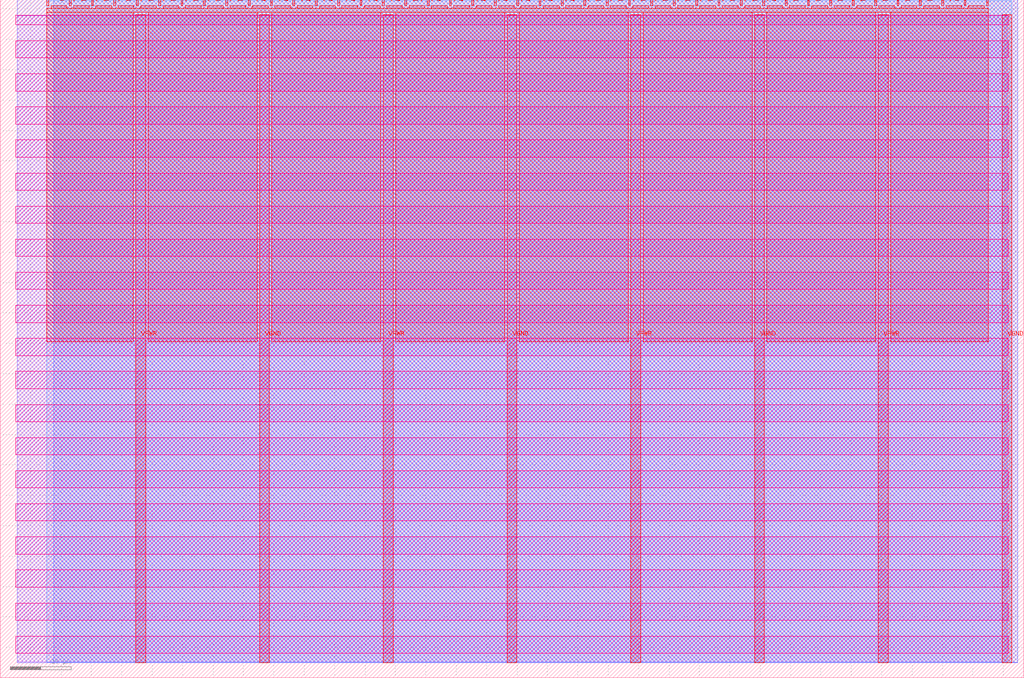
<source format=lef>
VERSION 5.7 ;
  NOWIREEXTENSIONATPIN ON ;
  DIVIDERCHAR "/" ;
  BUSBITCHARS "[]" ;
MACRO tt_um_biased_trng
  CLASS BLOCK ;
  FOREIGN tt_um_biased_trng ;
  ORIGIN 0.000 0.000 ;
  SIZE 168.360 BY 111.520 ;
  PIN VGND
    DIRECTION INOUT ;
    USE GROUND ;
    PORT
      LAYER met4 ;
        RECT 42.670 2.480 44.270 109.040 ;
    END
    PORT
      LAYER met4 ;
        RECT 83.380 2.480 84.980 109.040 ;
    END
    PORT
      LAYER met4 ;
        RECT 124.090 2.480 125.690 109.040 ;
    END
    PORT
      LAYER met4 ;
        RECT 164.800 2.480 166.400 109.040 ;
    END
  END VGND
  PIN VPWR
    DIRECTION INOUT ;
    USE POWER ;
    PORT
      LAYER met4 ;
        RECT 22.315 2.480 23.915 109.040 ;
    END
    PORT
      LAYER met4 ;
        RECT 63.025 2.480 64.625 109.040 ;
    END
    PORT
      LAYER met4 ;
        RECT 103.735 2.480 105.335 109.040 ;
    END
    PORT
      LAYER met4 ;
        RECT 144.445 2.480 146.045 109.040 ;
    END
  END VPWR
  PIN clk
    DIRECTION INPUT ;
    USE SIGNAL ;
    ANTENNAGATEAREA 0.852000 ;
    PORT
      LAYER met4 ;
        RECT 158.550 110.520 158.850 111.520 ;
    END
  END clk
  PIN ena
    DIRECTION INPUT ;
    USE SIGNAL ;
    ANTENNAGATEAREA 0.196500 ;
    ANTENNADIFFAREA 0.434700 ;
    PORT
      LAYER met4 ;
        RECT 162.230 110.520 162.530 111.520 ;
    END
  END ena
  PIN rst_n
    DIRECTION INPUT ;
    USE SIGNAL ;
    ANTENNAGATEAREA 0.196500 ;
    ANTENNADIFFAREA 0.434700 ;
    PORT
      LAYER met4 ;
        RECT 154.870 110.520 155.170 111.520 ;
    END
  END rst_n
  PIN ui_in[0]
    DIRECTION INPUT ;
    USE SIGNAL ;
    PORT
      LAYER met4 ;
        RECT 151.190 110.520 151.490 111.520 ;
    END
  END ui_in[0]
  PIN ui_in[1]
    DIRECTION INPUT ;
    USE SIGNAL ;
    PORT
      LAYER met4 ;
        RECT 147.510 110.520 147.810 111.520 ;
    END
  END ui_in[1]
  PIN ui_in[2]
    DIRECTION INPUT ;
    USE SIGNAL ;
    PORT
      LAYER met4 ;
        RECT 143.830 110.520 144.130 111.520 ;
    END
  END ui_in[2]
  PIN ui_in[3]
    DIRECTION INPUT ;
    USE SIGNAL ;
    PORT
      LAYER met4 ;
        RECT 140.150 110.520 140.450 111.520 ;
    END
  END ui_in[3]
  PIN ui_in[4]
    DIRECTION INPUT ;
    USE SIGNAL ;
    PORT
      LAYER met4 ;
        RECT 136.470 110.520 136.770 111.520 ;
    END
  END ui_in[4]
  PIN ui_in[5]
    DIRECTION INPUT ;
    USE SIGNAL ;
    PORT
      LAYER met4 ;
        RECT 132.790 110.520 133.090 111.520 ;
    END
  END ui_in[5]
  PIN ui_in[6]
    DIRECTION INPUT ;
    USE SIGNAL ;
    PORT
      LAYER met4 ;
        RECT 129.110 110.520 129.410 111.520 ;
    END
  END ui_in[6]
  PIN ui_in[7]
    DIRECTION INPUT ;
    USE SIGNAL ;
    PORT
      LAYER met4 ;
        RECT 125.430 110.520 125.730 111.520 ;
    END
  END ui_in[7]
  PIN uio_in[0]
    DIRECTION INPUT ;
    USE SIGNAL ;
    PORT
      LAYER met4 ;
        RECT 121.750 110.520 122.050 111.520 ;
    END
  END uio_in[0]
  PIN uio_in[1]
    DIRECTION INPUT ;
    USE SIGNAL ;
    PORT
      LAYER met4 ;
        RECT 118.070 110.520 118.370 111.520 ;
    END
  END uio_in[1]
  PIN uio_in[2]
    DIRECTION INPUT ;
    USE SIGNAL ;
    PORT
      LAYER met4 ;
        RECT 114.390 110.520 114.690 111.520 ;
    END
  END uio_in[2]
  PIN uio_in[3]
    DIRECTION INPUT ;
    USE SIGNAL ;
    PORT
      LAYER met4 ;
        RECT 110.710 110.520 111.010 111.520 ;
    END
  END uio_in[3]
  PIN uio_in[4]
    DIRECTION INPUT ;
    USE SIGNAL ;
    PORT
      LAYER met4 ;
        RECT 107.030 110.520 107.330 111.520 ;
    END
  END uio_in[4]
  PIN uio_in[5]
    DIRECTION INPUT ;
    USE SIGNAL ;
    PORT
      LAYER met4 ;
        RECT 103.350 110.520 103.650 111.520 ;
    END
  END uio_in[5]
  PIN uio_in[6]
    DIRECTION INPUT ;
    USE SIGNAL ;
    PORT
      LAYER met4 ;
        RECT 99.670 110.520 99.970 111.520 ;
    END
  END uio_in[6]
  PIN uio_in[7]
    DIRECTION INPUT ;
    USE SIGNAL ;
    PORT
      LAYER met4 ;
        RECT 95.990 110.520 96.290 111.520 ;
    END
  END uio_in[7]
  PIN uio_oe[0]
    DIRECTION OUTPUT TRISTATE ;
    USE SIGNAL ;
    PORT
      LAYER met4 ;
        RECT 33.430 110.520 33.730 111.520 ;
    END
  END uio_oe[0]
  PIN uio_oe[1]
    DIRECTION OUTPUT TRISTATE ;
    USE SIGNAL ;
    PORT
      LAYER met4 ;
        RECT 29.750 110.520 30.050 111.520 ;
    END
  END uio_oe[1]
  PIN uio_oe[2]
    DIRECTION OUTPUT TRISTATE ;
    USE SIGNAL ;
    PORT
      LAYER met4 ;
        RECT 26.070 110.520 26.370 111.520 ;
    END
  END uio_oe[2]
  PIN uio_oe[3]
    DIRECTION OUTPUT TRISTATE ;
    USE SIGNAL ;
    PORT
      LAYER met4 ;
        RECT 22.390 110.520 22.690 111.520 ;
    END
  END uio_oe[3]
  PIN uio_oe[4]
    DIRECTION OUTPUT TRISTATE ;
    USE SIGNAL ;
    PORT
      LAYER met4 ;
        RECT 18.710 110.520 19.010 111.520 ;
    END
  END uio_oe[4]
  PIN uio_oe[5]
    DIRECTION OUTPUT TRISTATE ;
    USE SIGNAL ;
    PORT
      LAYER met4 ;
        RECT 15.030 110.520 15.330 111.520 ;
    END
  END uio_oe[5]
  PIN uio_oe[6]
    DIRECTION OUTPUT TRISTATE ;
    USE SIGNAL ;
    PORT
      LAYER met4 ;
        RECT 11.350 110.520 11.650 111.520 ;
    END
  END uio_oe[6]
  PIN uio_oe[7]
    DIRECTION OUTPUT TRISTATE ;
    USE SIGNAL ;
    PORT
      LAYER met4 ;
        RECT 7.670 110.520 7.970 111.520 ;
    END
  END uio_oe[7]
  PIN uio_out[0]
    DIRECTION OUTPUT TRISTATE ;
    USE SIGNAL ;
    PORT
      LAYER met4 ;
        RECT 62.870 110.520 63.170 111.520 ;
    END
  END uio_out[0]
  PIN uio_out[1]
    DIRECTION OUTPUT TRISTATE ;
    USE SIGNAL ;
    PORT
      LAYER met4 ;
        RECT 59.190 110.520 59.490 111.520 ;
    END
  END uio_out[1]
  PIN uio_out[2]
    DIRECTION OUTPUT TRISTATE ;
    USE SIGNAL ;
    PORT
      LAYER met4 ;
        RECT 55.510 110.520 55.810 111.520 ;
    END
  END uio_out[2]
  PIN uio_out[3]
    DIRECTION OUTPUT TRISTATE ;
    USE SIGNAL ;
    PORT
      LAYER met4 ;
        RECT 51.830 110.520 52.130 111.520 ;
    END
  END uio_out[3]
  PIN uio_out[4]
    DIRECTION OUTPUT TRISTATE ;
    USE SIGNAL ;
    PORT
      LAYER met4 ;
        RECT 48.150 110.520 48.450 111.520 ;
    END
  END uio_out[4]
  PIN uio_out[5]
    DIRECTION OUTPUT TRISTATE ;
    USE SIGNAL ;
    PORT
      LAYER met4 ;
        RECT 44.470 110.520 44.770 111.520 ;
    END
  END uio_out[5]
  PIN uio_out[6]
    DIRECTION OUTPUT TRISTATE ;
    USE SIGNAL ;
    PORT
      LAYER met4 ;
        RECT 40.790 110.520 41.090 111.520 ;
    END
  END uio_out[6]
  PIN uio_out[7]
    DIRECTION OUTPUT TRISTATE ;
    USE SIGNAL ;
    PORT
      LAYER met4 ;
        RECT 37.110 110.520 37.410 111.520 ;
    END
  END uio_out[7]
  PIN uo_out[0]
    DIRECTION OUTPUT TRISTATE ;
    USE SIGNAL ;
    ANTENNADIFFAREA 0.924000 ;
    PORT
      LAYER met4 ;
        RECT 92.310 110.520 92.610 111.520 ;
    END
  END uo_out[0]
  PIN uo_out[1]
    DIRECTION OUTPUT TRISTATE ;
    USE SIGNAL ;
    PORT
      LAYER met4 ;
        RECT 88.630 110.520 88.930 111.520 ;
    END
  END uo_out[1]
  PIN uo_out[2]
    DIRECTION OUTPUT TRISTATE ;
    USE SIGNAL ;
    PORT
      LAYER met4 ;
        RECT 84.950 110.520 85.250 111.520 ;
    END
  END uo_out[2]
  PIN uo_out[3]
    DIRECTION OUTPUT TRISTATE ;
    USE SIGNAL ;
    PORT
      LAYER met4 ;
        RECT 81.270 110.520 81.570 111.520 ;
    END
  END uo_out[3]
  PIN uo_out[4]
    DIRECTION OUTPUT TRISTATE ;
    USE SIGNAL ;
    PORT
      LAYER met4 ;
        RECT 77.590 110.520 77.890 111.520 ;
    END
  END uo_out[4]
  PIN uo_out[5]
    DIRECTION OUTPUT TRISTATE ;
    USE SIGNAL ;
    PORT
      LAYER met4 ;
        RECT 73.910 110.520 74.210 111.520 ;
    END
  END uo_out[5]
  PIN uo_out[6]
    DIRECTION OUTPUT TRISTATE ;
    USE SIGNAL ;
    PORT
      LAYER met4 ;
        RECT 70.230 110.520 70.530 111.520 ;
    END
  END uo_out[6]
  PIN uo_out[7]
    DIRECTION OUTPUT TRISTATE ;
    USE SIGNAL ;
    PORT
      LAYER met4 ;
        RECT 66.550 110.520 66.850 111.520 ;
    END
  END uo_out[7]
  OBS
      LAYER nwell ;
        RECT 2.570 107.385 165.790 108.990 ;
        RECT 2.570 101.945 165.790 104.775 ;
        RECT 2.570 96.505 165.790 99.335 ;
        RECT 2.570 91.065 165.790 93.895 ;
        RECT 2.570 85.625 165.790 88.455 ;
        RECT 2.570 80.185 165.790 83.015 ;
        RECT 2.570 74.745 165.790 77.575 ;
        RECT 2.570 69.305 165.790 72.135 ;
        RECT 2.570 63.865 165.790 66.695 ;
        RECT 2.570 58.425 165.790 61.255 ;
        RECT 2.570 52.985 165.790 55.815 ;
        RECT 2.570 47.545 165.790 50.375 ;
        RECT 2.570 42.105 165.790 44.935 ;
        RECT 2.570 36.665 165.790 39.495 ;
        RECT 2.570 31.225 165.790 34.055 ;
        RECT 2.570 25.785 165.790 28.615 ;
        RECT 2.570 20.345 165.790 23.175 ;
        RECT 2.570 14.905 165.790 17.735 ;
        RECT 2.570 9.465 165.790 12.295 ;
        RECT 2.570 4.025 165.790 6.855 ;
      LAYER li1 ;
        RECT 2.760 2.635 165.600 108.885 ;
      LAYER met1 ;
        RECT 2.760 2.480 167.370 111.480 ;
      LAYER met2 ;
        RECT 8.830 2.535 167.340 111.510 ;
      LAYER met3 ;
        RECT 7.630 2.555 166.390 111.345 ;
      LAYER met4 ;
        RECT 8.370 110.120 10.950 110.520 ;
        RECT 12.050 110.120 14.630 110.520 ;
        RECT 15.730 110.120 18.310 110.520 ;
        RECT 19.410 110.120 21.990 110.520 ;
        RECT 23.090 110.120 25.670 110.520 ;
        RECT 26.770 110.120 29.350 110.520 ;
        RECT 30.450 110.120 33.030 110.520 ;
        RECT 34.130 110.120 36.710 110.520 ;
        RECT 37.810 110.120 40.390 110.520 ;
        RECT 41.490 110.120 44.070 110.520 ;
        RECT 45.170 110.120 47.750 110.520 ;
        RECT 48.850 110.120 51.430 110.520 ;
        RECT 52.530 110.120 55.110 110.520 ;
        RECT 56.210 110.120 58.790 110.520 ;
        RECT 59.890 110.120 62.470 110.520 ;
        RECT 63.570 110.120 66.150 110.520 ;
        RECT 67.250 110.120 69.830 110.520 ;
        RECT 70.930 110.120 73.510 110.520 ;
        RECT 74.610 110.120 77.190 110.520 ;
        RECT 78.290 110.120 80.870 110.520 ;
        RECT 81.970 110.120 84.550 110.520 ;
        RECT 85.650 110.120 88.230 110.520 ;
        RECT 89.330 110.120 91.910 110.520 ;
        RECT 93.010 110.120 95.590 110.520 ;
        RECT 96.690 110.120 99.270 110.520 ;
        RECT 100.370 110.120 102.950 110.520 ;
        RECT 104.050 110.120 106.630 110.520 ;
        RECT 107.730 110.120 110.310 110.520 ;
        RECT 111.410 110.120 113.990 110.520 ;
        RECT 115.090 110.120 117.670 110.520 ;
        RECT 118.770 110.120 121.350 110.520 ;
        RECT 122.450 110.120 125.030 110.520 ;
        RECT 126.130 110.120 128.710 110.520 ;
        RECT 129.810 110.120 132.390 110.520 ;
        RECT 133.490 110.120 136.070 110.520 ;
        RECT 137.170 110.120 139.750 110.520 ;
        RECT 140.850 110.120 143.430 110.520 ;
        RECT 144.530 110.120 147.110 110.520 ;
        RECT 148.210 110.120 150.790 110.520 ;
        RECT 151.890 110.120 154.470 110.520 ;
        RECT 155.570 110.120 158.150 110.520 ;
        RECT 159.250 110.120 161.830 110.520 ;
        RECT 7.655 109.440 162.545 110.120 ;
        RECT 7.655 55.255 21.915 109.440 ;
        RECT 24.315 55.255 42.270 109.440 ;
        RECT 44.670 55.255 62.625 109.440 ;
        RECT 65.025 55.255 82.980 109.440 ;
        RECT 85.380 55.255 103.335 109.440 ;
        RECT 105.735 55.255 123.690 109.440 ;
        RECT 126.090 55.255 144.045 109.440 ;
        RECT 146.445 55.255 162.545 109.440 ;
  END
END tt_um_biased_trng
END LIBRARY


</source>
